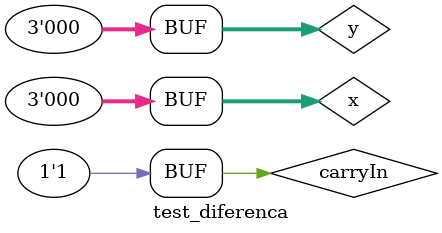
<source format=v>

module fullAdder (output s, output carryOut,input a, input b,input carryIn);

wire  p,q,w;

xor (p, a, b);
and (q, a,b);
xor (s, p, carryIn);
and (w, p, carryIn);

or  (carryOut, q,w);


endmodule

module fullAdder2 (output [2:0] soma, output  carryOut, input [2:0] a, input [2:0] b,input carryIn );

wire  c3, p, q;

          fullAdder  A (soma[0], p, a[0], b[0], carryIn);
	  fullAdder  B (soma[1], q, a[1], b[1], p);
	  fullAdder  C (soma[2], carryOut, a[2], b[2], q);

endmodule
// -------------------------
// full diff
// -------------------------
module diferenca (output diff, output carryOut, input a,input b, input carryIn);

	wire s1, s2, s3, c1, c2;

	xor (s1, a, b);
	not (s2, a);
	and (c1, s2, b);
	xor (diff, s1, carryIn);
	not (s3, s1);
	and (c2, s3, carryIn);
	or (carryOut, c1, c2);

endmodule

// -------------------------
// full Diff 3bits
// -------------------------
module diferenca2 (output [2:0] diff, output carryOut,input [2:0] a,input [2:0] b,input carryIn);
	wire  p, q;
	
	  diferenca  A (diff[0], p, a[0], b[0], carryIn);
	  diferenca  B (diff[1], q, a[1], b[1], p);
	  diferenca  C (diff[2], carryOut, a[2], b[2], q);
endmodule


module principal(output[2:0] saida, output carryOut, input[2:0] a,input[2:0] b, input carryIn);
	wire[2:0] s1, s2;
	wire c1, c2;
	
	diferenca2 FD1(s1,c1,a,b,carryIn);
	fullAdder2 FA1(s2,c2,a,b,carryIn);

	assign saida = carryIn? s1: s2;
	assign carryOut = carryIn? c1: c2;



endmodule


module test_diferenca;
	// ------------------------- definir dados
	reg [2:0] x;
	reg [2:0] y;
	reg carryIn;
	wire carryOut;
	wire [2:0] saida, s;
	
	principal P( saida, carryOut,  x, y, carryIn);
	// ------------------------- parte principal
	initial begin
		$display("Exemplo0026 - Thais Mairink - 441710");
		$display("");

		#1 x = 3'b000; y = 3'b000; carryIn = 0;		
		$monitor ("%b + %b = %b carryIn:%b",x,y,saida, carryIn);
		#1 x = 3'b000; y = 3'b001;
		#1 x = 3'b001; y = 3'b000;
		#1 x = 3'b001; y = 3'b001;
		#1 x = 3'b001; y = 3'b011;
		#1 x = 3'b000; y = 3'b000;
		#1 x = 3'b011; y = 3'b110;
		#1 x = 3'b000; y = 3'b000;
		carryIn = 1;
		$monitor ("%b - %b = %b carryIn:%b",x,y,saida, carryIn);
		#1 x = 3'b000; y = 3'b000;
		#1 x = 3'b000; y = 3'b001;
		#1 x = 3'b001; y = 3'b000;
		#1 x = 3'b001; y = 3'b001;
		#1 x = 3'b001; y = 3'b011;
		#1 x = 3'b000; y = 3'b000;
		#1 x = 3'b011; y = 3'b110;
		#1 x = 3'b000; y = 3'b000;
	end
endmodule




</source>
